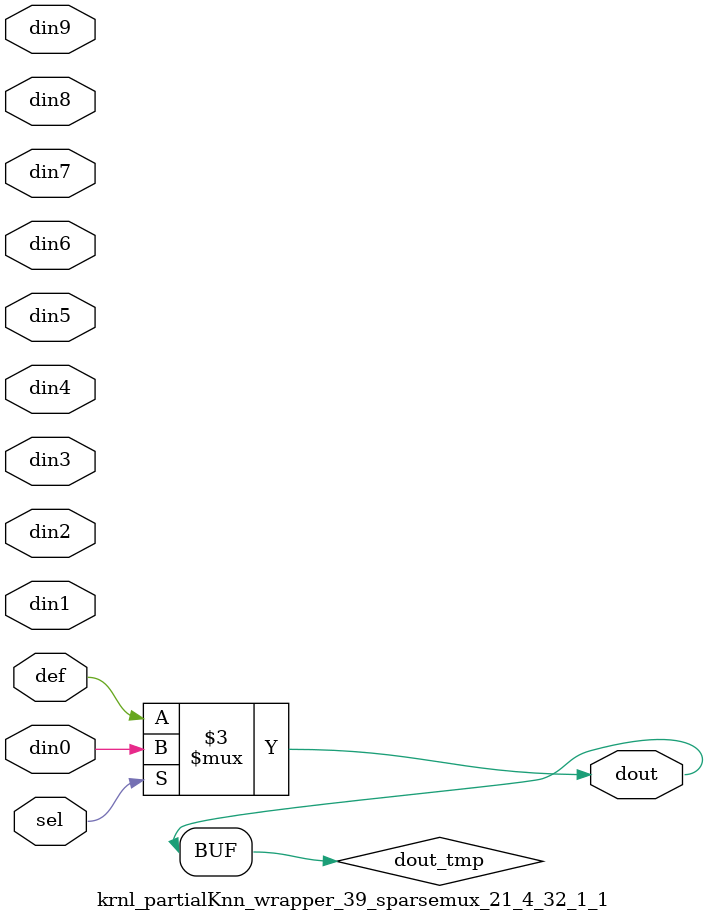
<source format=v>
`timescale 1 ns / 1 ps
module krnl_partialKnn_wrapper_39_sparsemux_21_4_32_1_1 (din0,din1,din2,din3,din4,din5,din6,din7,din8,din9,def,sel,dout);
parameter din0_WIDTH = 1;
parameter din1_WIDTH = 1;
parameter din2_WIDTH = 1;
parameter din3_WIDTH = 1;
parameter din4_WIDTH = 1;
parameter din5_WIDTH = 1;
parameter din6_WIDTH = 1;
parameter din7_WIDTH = 1;
parameter din8_WIDTH = 1;
parameter din9_WIDTH = 1;
parameter def_WIDTH = 1;
parameter sel_WIDTH = 1;
parameter dout_WIDTH = 1;
parameter [sel_WIDTH-1:0] CASE0 = 1;
parameter [sel_WIDTH-1:0] CASE1 = 1;
parameter [sel_WIDTH-1:0] CASE2 = 1;
parameter [sel_WIDTH-1:0] CASE3 = 1;
parameter [sel_WIDTH-1:0] CASE4 = 1;
parameter [sel_WIDTH-1:0] CASE5 = 1;
parameter [sel_WIDTH-1:0] CASE6 = 1;
parameter [sel_WIDTH-1:0] CASE7 = 1;
parameter [sel_WIDTH-1:0] CASE8 = 1;
parameter [sel_WIDTH-1:0] CASE9 = 1;
parameter ID = 1;
parameter NUM_STAGE = 1;
input [din0_WIDTH-1:0] din0;
input [din1_WIDTH-1:0] din1;
input [din2_WIDTH-1:0] din2;
input [din3_WIDTH-1:0] din3;
input [din4_WIDTH-1:0] din4;
input [din5_WIDTH-1:0] din5;
input [din6_WIDTH-1:0] din6;
input [din7_WIDTH-1:0] din7;
input [din8_WIDTH-1:0] din8;
input [din9_WIDTH-1:0] din9;
input [def_WIDTH-1:0] def;
input [sel_WIDTH-1:0] sel;
output [dout_WIDTH-1:0] dout;
reg [dout_WIDTH-1:0] dout_tmp;
always @ (*) begin
case (sel)
    
    CASE0 : dout_tmp = din0;
    
    CASE1 : dout_tmp = din1;
    
    CASE2 : dout_tmp = din2;
    
    CASE3 : dout_tmp = din3;
    
    CASE4 : dout_tmp = din4;
    
    CASE5 : dout_tmp = din5;
    
    CASE6 : dout_tmp = din6;
    
    CASE7 : dout_tmp = din7;
    
    CASE8 : dout_tmp = din8;
    
    CASE9 : dout_tmp = din9;
    
    default : dout_tmp = def;
endcase
end
assign dout = dout_tmp;
endmodule
</source>
